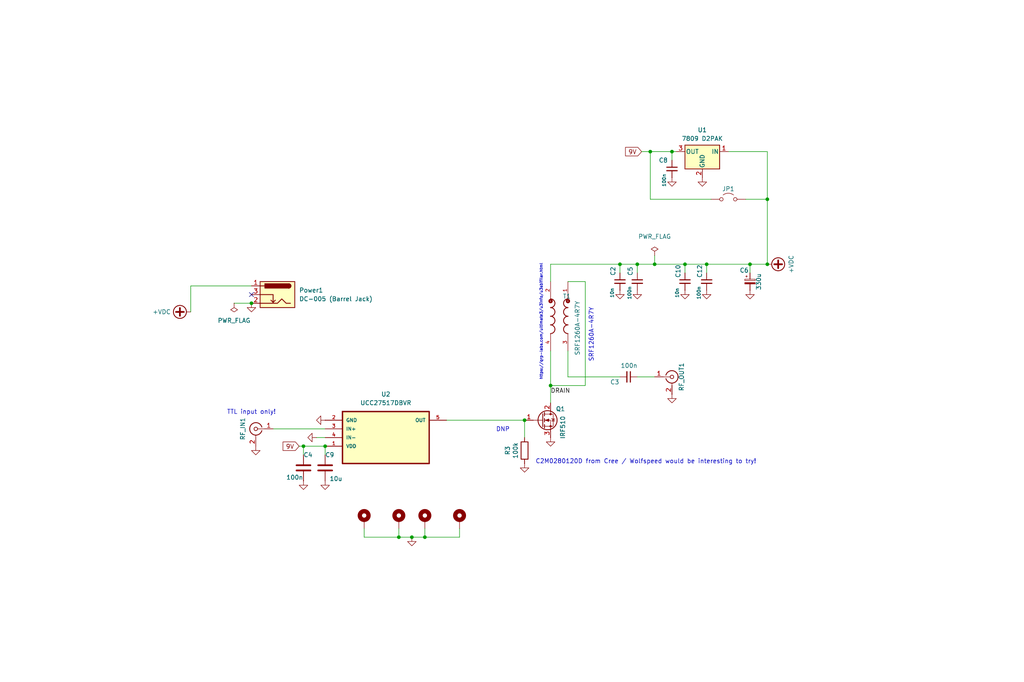
<source format=kicad_sch>
(kicad_sch (version 20241209) (generator "eeschema") (generator_version "9.0")
  (paper "User" 299.999 200)
  (title_block (title "IRFP-TO-247-Single-Ended Hack Amp (SMD)") (date "2025-01-13") (rev "v8.01") (company "Author: Dhiru Kholia (VU3CER), Rafał Rozestwiński, Brad (K1TE)"))
  (lib_symbols
    (symbol "Conn_Coaxial_1" (pin_names (offset 1.016) (hide yes))
      (property "Reference" "J" (at 0.254 3.048 0))
      (property "Value" "Conn_Coaxial" (at 2.921 0 90))
      (symbol "Conn_Coaxial_1_0_1"
        (polyline (pts (xy -2.54 0) (xy -0.508 0)))
        (arc (start 1.778 0) (mid 0.222 -1.8079) (end -1.778 -0.508) (stroke (width 0.254)))
        (arc (start -1.778 0.508) (mid 0.2221 1.8084) (end 1.778 0) (stroke (width 0.254)))
        (circle (center 0 0) (radius 0.508) (stroke (width 0.2032)))
        (polyline (pts (xy 0 -2.54) (xy 0 -1.778)))
      )
      (symbol "Conn_Coaxial_1_1_1"
        (pin passive line (at -5.08 0 0) (length 2.54) (name "In") (number "1"))
        (pin passive line (at 0 -5.08 90) (length 2.54) (name "Ext") (number "2"))
      )
    )
    (symbol "Connector:Barrel_Jack_Switch" (pin_names (hide yes))
      (property "Reference" "J" (at 0 5.334 0))
      (property "Value" "Barrel_Jack_Switch" (at 0 -5.08 0))
      (symbol "Barrel_Jack_Switch_0_1"
        (rectangle (start -5.08 3.81) (end 5.08 -3.81) (stroke (width 0.254)) (fill (type background)))
        (polyline (pts (xy -3.81 -2.54) (xy -2.54 -2.54) (xy -1.27 -1.27) (xy 0 -2.54) (xy 2.54 -2.54) (xy 5.08 -2.54)) (stroke (width 0.254)))
        (arc (start -3.302 1.905) (mid -3.9343 2.54) (end -3.302 3.175) (stroke (width 0.254)) (fill (type outline)))
        (arc (start -3.302 1.905) (mid -3.9343 2.54) (end -3.302 3.175) (stroke (width 0.254)))
        (polyline (pts (xy 1.27 -2.286) (xy 1.905 -1.651)) (stroke (width 0.254)))
        (rectangle (start 3.683 3.175) (end -3.302 1.905) (stroke (width 0.254)) (fill (type outline)))
        (polyline (pts (xy 5.08 2.54) (xy 3.81 2.54)) (stroke (width 0.254)))
        (polyline (pts (xy 5.08 0) (xy 1.27 0) (xy 1.27 -2.286) (xy 0.635 -1.651)) (stroke (width 0.254)))
      )
      (symbol "Barrel_Jack_Switch_1_1"
        (pin passive line (at 7.62 2.54 180) (length 2.54) (name "~") (number "1"))
        (pin passive line (at 7.62 0 180) (length 2.54) (name "~") (number "3"))
        (pin passive line (at 7.62 -2.54 180) (length 2.54) (name "~") (number "2"))
      )
    )
    (symbol "Connector:Conn_Coaxial" (pin_names (offset 1.016) (hide yes))
      (property "Reference" "J" (at 0.254 3.048 0))
      (property "Value" "Conn_Coaxial" (at 2.921 0 90))
      (symbol "Conn_Coaxial_0_1"
        (polyline (pts (xy -2.54 0) (xy -0.508 0)))
        (arc (start 1.778 0) (mid 0.222 -1.8079) (end -1.778 -0.508) (stroke (width 0.254)))
        (arc (start -1.778 0.508) (mid 0.2221 1.8084) (end 1.778 0) (stroke (width 0.254)))
        (circle (center 0 0) (radius 0.508) (stroke (width 0.2032)))
        (polyline (pts (xy 0 -2.54) (xy 0 -1.778)))
      )
      (symbol "Conn_Coaxial_1_1"
        (pin passive line (at -5.08 0 0) (length 2.54) (name "In") (number "1"))
        (pin passive line (at 0 -5.08 90) (length 2.54) (name "Ext") (number "2"))
      )
    )
    (symbol "Device:C" (pin_numbers (hide yes)) (pin_names (offset 0.254))
      (property "Reference" "C" (at 0.635 2.54 0))
      (property "Value" "C" (at 0.635 -2.54 0))
      (symbol "C_0_1"
        (polyline (pts (xy -2.032 0.762) (xy 2.032 0.762)) (stroke (width 0.508)))
        (polyline (pts (xy -2.032 -0.762) (xy 2.032 -0.762)) (stroke (width 0.508)))
      )
      (symbol "C_1_1"
        (pin passive line (at 0 3.81 270) (length 2.794) (name "~") (number "1"))
        (pin passive line (at 0 -3.81 90) (length 2.794) (name "~") (number "2"))
      )
    )
    (symbol "Device:C_Polarized_Small" (pin_numbers (hide yes)) (pin_names (offset 0.254) (hide yes))
      (property "Reference" "C" (at 0.254 1.778 0))
      (property "Value" "C_Polarized_Small" (at 0.254 -2.032 0))
      (symbol "C_Polarized_Small_0_1"
        (rectangle (start -1.524 0.6858) (end 1.524 0.3048))
        (rectangle (start -1.524 -0.3048) (end 1.524 -0.6858) (fill (type outline)))
        (polyline (pts (xy -1.27 1.524) (xy -0.762 1.524)))
        (polyline (pts (xy -1.016 1.27) (xy -1.016 1.778)))
      )
      (symbol "C_Polarized_Small_1_1"
        (pin passive line (at 0 2.54 270) (length 1.8542) (name "~") (number "1"))
        (pin passive line (at 0 -2.54 90) (length 1.8542) (name "~") (number "2"))
      )
    )
    (symbol "Device:C_Small" (pin_numbers (hide yes)) (pin_names (offset 0.254) (hide yes))
      (property "Reference" "C" (at 0.254 1.778 0))
      (property "Value" "C_Small" (at 0.254 -2.032 0))
      (symbol "C_Small_0_1"
        (polyline (pts (xy -1.524 0.508) (xy 1.524 0.508)) (stroke (width 0.3048)))
        (polyline (pts (xy -1.524 -0.508) (xy 1.524 -0.508)) (stroke (width 0.3302)))
      )
      (symbol "C_Small_1_1"
        (pin passive line (at 0 2.54 270) (length 2.032) (name "~") (number "1"))
        (pin passive line (at 0 -2.54 90) (length 2.032) (name "~") (number "2"))
      )
    )
    (symbol "Device:R" (pin_numbers (hide yes)) (pin_names (offset 0))
      (property "Reference" "R" (at 2.032 0 90))
      (property "Value" "R" (at 0 0 90))
      (symbol "R_0_1"
        (rectangle (start -1.016 -2.54) (end 1.016 2.54) (stroke (width 0.254)))
      )
      (symbol "R_1_1"
        (pin passive line (at 0 3.81 270) (length 1.27) (name "~") (number "1"))
        (pin passive line (at 0 -3.81 90) (length 1.27) (name "~") (number "2"))
      )
    )
    (symbol "Jumper:Jumper_2_Open" (pin_numbers (hide yes)) (pin_names (offset 0) (hide yes)) (exclude_from_sim yes)
      (property "Reference" "JP" (at 0 2.794 0))
      (property "Value" "Jumper_2_Open" (at 0 -2.286 0))
      (symbol "Jumper_2_Open_0_0"
        (circle (center -2.032 0) (radius 0.508))
        (circle (center 2.032 0) (radius 0.508))
      )
      (symbol "Jumper_2_Open_0_1"
        (arc (start -1.524 1.27) (mid 0 1.778) (end 1.524 1.27))
      )
      (symbol "Jumper_2_Open_1_1"
        (pin passive line (at -5.08 0 0) (length 2.54) (name "A") (number "1"))
        (pin passive line (at 5.08 0 180) (length 2.54) (name "B") (number "2"))
      )
    )
    (symbol "Mechanical:MountingHole_Pad" (pin_numbers (hide yes)) (pin_names (offset 1.016) (hide yes))
      (property "Reference" "H" (at 0 6.35 0))
      (property "Value" "MountingHole_Pad" (at 0 4.445 0))
      (symbol "MountingHole_Pad_0_1"
        (circle (center 0 1.27) (radius 1.27) (stroke (width 1.27)))
      )
      (symbol "MountingHole_Pad_1_1"
        (pin input line (at 0 -2.54 90) (length 2.54) (name "1") (number "1"))
      )
    )
    (symbol "Regulator_Linear:L7812" (pin_names (offset 0.254))
      (property "Reference" "U" (at -3.81 3.175 0))
      (property "Value" "L7812" (at 0 3.175 0))
      (symbol "L7812_0_1"
        (rectangle (start -5.08 1.905) (end 5.08 -5.08) (stroke (width 0.254)) (fill (type background)))
      )
      (symbol "L7812_1_1"
        (pin power_in line (at -7.62 0 0) (length 2.54) (name "IN") (number "1"))
        (pin power_in line (at 0 -7.62 90) (length 2.54) (name "GND") (number "2"))
        (pin power_out line (at 7.62 0 180) (length 2.54) (name "OUT") (number "3"))
      )
    )
    (symbol "SRF1260A-4R7Y:SRF1260A-4R7Y" (pin_names (offset 1.016))
      (property "Reference" "L" (at -7.631 5.0873 0))
      (property "Value" "SRF1260A-4R7Y" (at -7.6349 -7.6349 0))
      (symbol "SRF1260A-4R7Y_0_0"
        (circle (center -4.445 2.54) (radius 0.127) (stroke (width 0.508)))
        (circle (center -4.445 -2.54) (radius 0.127) (stroke (width 0.508)))
        (arc (start -2.54 2.54) (mid -3.81 1.2755) (end -5.08 2.54) (stroke (width 0.254)))
        (arc (start -5.08 -2.54) (mid -3.81 -1.2755) (end -2.54 -2.54) (stroke (width 0.254)))
        (arc (start 0 2.54) (mid -1.27 1.2755) (end -2.54 2.54) (stroke (width 0.254)))
        (arc (start -2.54 -2.54) (mid -1.27 -1.2755) (end 0 -2.54) (stroke (width 0.254)))
        (arc (start 2.54 2.54) (mid 1.27 1.2755) (end 0 2.54) (stroke (width 0.254)))
        (arc (start 0 -2.54) (mid 1.27 -1.2755) (end 2.54 -2.54) (stroke (width 0.254)))
        (arc (start 5.08 2.54) (mid 3.81 1.2755) (end 2.54 2.54) (stroke (width 0.254)))
        (arc (start 2.54 -2.54) (mid 3.81 -1.2755) (end 5.08 -2.54) (stroke (width 0.254)))
        (pin passive line (at -10.16 2.54 0) (length 5.08) (name "~") (number "1"))
        (pin passive line (at -10.16 -2.54 0) (length 5.08) (name "~") (number "2"))
        (pin passive line (at 10.16 2.54 180) (length 5.08) (name "~") (number "3"))
        (pin passive line (at 10.16 -2.54 180) (length 5.08) (name "~") (number "4"))
      )
    )
    (symbol "Transistor_FET:IRF540N" (pin_names (hide yes))
      (property "Reference" "Q" (at 5.08 1.905 0))
      (property "Value" "IRF540N" (at 5.08 0 0))
      (symbol "IRF540N_0_1"
        (polyline (pts (xy 0.254 1.905) (xy 0.254 -1.905)) (stroke (width 0.254)))
        (polyline (pts (xy 0.254 0) (xy -2.54 0)))
        (polyline (pts (xy 0.762 2.286) (xy 0.762 1.27)) (stroke (width 0.254)))
        (polyline (pts (xy 0.762 0.508) (xy 0.762 -0.508)) (stroke (width 0.254)))
        (polyline (pts (xy 0.762 -1.27) (xy 0.762 -2.286)) (stroke (width 0.254)))
        (polyline (pts (xy 0.762 -1.778) (xy 3.302 -1.778) (xy 3.302 1.778) (xy 0.762 1.778)))
        (polyline (pts (xy 1.016 0) (xy 2.032 0.381) (xy 2.032 -0.381) (xy 1.016 0)) (fill (type outline)))
        (circle (center 1.651 0) (radius 2.794) (stroke (width 0.254)))
        (polyline (pts (xy 2.54 2.54) (xy 2.54 1.778)))
        (circle (center 2.54 1.778) (radius 0.254) (fill (type outline)))
        (circle (center 2.54 -1.778) (radius 0.254) (fill (type outline)))
        (polyline (pts (xy 2.54 -2.54) (xy 2.54 0) (xy 0.762 0)))
        (polyline (pts (xy 2.794 0.508) (xy 2.921 0.381) (xy 3.683 0.381) (xy 3.81 0.254)))
        (polyline (pts (xy 3.302 0.381) (xy 2.921 -0.254) (xy 3.683 -0.254) (xy 3.302 0.381)))
      )
      (symbol "IRF540N_1_1"
        (pin input line (at -5.08 0 0) (length 2.54) (name "G") (number "1"))
        (pin passive line (at 2.54 5.08 270) (length 2.54) (name "D") (number "2"))
        (pin passive line (at 2.54 -5.08 90) (length 2.54) (name "S") (number "3"))
      )
    )
    (symbol "UCC27517DBVR:UCC27517DBVR" (pin_names (offset 1.016))
      (property "Reference" "U" (at -12.7 8.62 0))
      (property "Value" "UCC27517DBVR" (at -12.7 -11.62 0))
      (symbol "UCC27517DBVR_0_0"
        (rectangle (start -12.7 -7.62) (end 12.7 7.62) (stroke (width 0.41)) (fill (type background)))
        (pin input line (at -17.78 5.08 0) (length 5.08) (name "GND") (number "2"))
        (pin input line (at -17.78 2.54 0) (length 5.08) (name "IN+") (number "3"))
        (pin input line (at -17.78 0 0) (length 5.08) (name "IN-") (number "4"))
        (pin input line (at -17.78 -2.54 0) (length 5.08) (name "VDD") (number "1"))
        (pin output line (at 17.78 5.08 180) (length 5.08) (name "OUT") (number "5"))
      )
    )
    (symbol "power:+VDC" (power) (pin_numbers (hide yes)) (pin_names (offset 0) (hide yes))
      (property "Value" "+VDC" (at 0 6.35 0))
      (symbol "+VDC_0_1"
        (polyline (pts (xy -1.143 3.175) (xy 1.143 3.175)) (stroke (width 0.508)))
        (circle (center 0 3.175) (radius 1.905) (stroke (width 0.254)))
        (polyline (pts (xy 0 2.032) (xy 0 4.318)) (stroke (width 0.508)))
        (polyline (pts (xy 0 0) (xy 0 1.27)))
      )
      (symbol "+VDC_1_1"
        (pin power_in line (at 0 0 90) (length 0) (name "~") (number "1"))
      )
    )
    (symbol "power:GND" (power) (pin_numbers (hide yes)) (pin_names (offset 0) (hide yes))
      (property "Value" "GND" (at 0 -3.81 0))
      (symbol "GND_0_1"
        (polyline (pts (xy 0 0) (xy 0 -1.27) (xy 1.27 -1.27) (xy 0 -2.54) (xy -1.27 -1.27) (xy 0 -1.27)))
      )
      (symbol "GND_1_1"
        (pin power_in line (at 0 0 270) (length 0) (name "~") (number "1"))
      )
    )
    (symbol "power:PWR_FLAG" (power) (pin_numbers (hide yes)) (pin_names (offset 0) (hide yes))
      (property "Value" "PWR_FLAG" (at 0 3.81 0))
      (symbol "PWR_FLAG_0_0"
        (pin power_out line (at 0 0 90) (length 0) (name "~") (number "1"))
      )
      (symbol "PWR_FLAG_0_1"
        (polyline (pts (xy 0 0) (xy 0 1.27) (xy -1.016 1.905) (xy 0 2.54) (xy 1.016 1.905) (xy 0 1.27)))
      )
    )
  )
  (text "DNP" (at 147.32 125.984 0) (effects (font (size 1.27 1.27))))
  (text "https://qrp-labs.com/ultimate3/u3info/u3sbifilar.html" (at 159.004 111.506 90) (effects (font (size 0.8 0.8)) (justify left bottom)))
  (text "SRF1260A-4R7Y" (at 173.99 106.172 90) (effects (font (size 1.27 1.27)) (justify left bottom)))
  (text "TTL input only!" (at 73.66 120.904 0) (effects (font (size 1.27 1.27))))
  (text "C2M0280120D from Cree / Wolfspeed would be interesting to try!" (at 189.23 135.382 0) (effects (font (size 1.27 1.27))))
  (junction (at 200.66 77.47))
  (junction (at 73.66 88.9))
  (junction (at 186.69 77.47))
  (junction (at 224.79 58.42))
  (junction (at 116.84 157.48))
  (junction (at 124.46 157.48))
  (junction (at 88.9 130.81))
  (junction (at 190.5 44.45))
  (junction (at 181.61 77.47))
  (junction (at 95.25 130.81))
  (junction (at 161.29 113.03))
  (junction (at 219.71 77.47))
  (junction (at 120.65 157.48))
  (junction (at 191.77 77.47))
  (junction (at 207.01 77.47))
  (junction (at 196.85 44.45))
  (junction (at 153.67 123.19))
  (junction (at 224.79 77.47))
  (no_connect (at 73.66 86.36))
  (wire (pts (xy 186.69 77.47) (xy 191.77 77.47)))
  (wire (pts (xy 134.62 157.48) (xy 134.62 154.94)))
  (wire (pts (xy 166.37 102.87) (xy 166.37 110.49)))
  (wire (pts (xy 153.67 128.27) (xy 153.67 123.19)))
  (wire (pts (xy 181.61 77.47) (xy 186.69 77.47)))
  (wire (pts (xy 55.88 83.82) (xy 55.88 91.44)))
  (wire (pts (xy 224.79 58.42) (xy 224.79 77.47)))
  (wire (pts (xy 55.88 83.82) (xy 73.66 83.82)))
  (wire (pts (xy 186.69 110.49) (xy 191.77 110.49)))
  (wire (pts (xy 190.5 58.42) (xy 208.28 58.42)))
  (wire (pts (xy 200.66 77.47) (xy 200.66 80.01)))
  (wire (pts (xy 80.01 125.73) (xy 95.25 125.73)))
  (wire (pts (xy 106.68 157.48) (xy 116.84 157.48)))
  (wire (pts (xy 219.71 77.47) (xy 219.71 80.01)))
  (wire (pts (xy 191.77 77.47) (xy 200.66 77.47)))
  (wire (pts (xy 224.79 44.45) (xy 224.79 58.42)))
  (wire (pts (xy 186.69 77.47) (xy 186.69 80.01)))
  (wire (pts (xy 130.81 123.19) (xy 153.67 123.19)))
  (wire (pts (xy 166.37 110.49) (xy 181.61 110.49)))
  (wire (pts (xy 116.84 154.94) (xy 116.84 157.48)))
  (wire (pts (xy 207.01 77.47) (xy 219.71 77.47)))
  (wire (pts (xy 166.37 82.55) (xy 171.45 82.55)))
  (wire (pts (xy 196.85 44.45) (xy 198.12 44.45)))
  (wire (pts (xy 161.29 102.87) (xy 161.29 113.03)))
  (wire (pts (xy 88.9 130.81) (xy 88.9 133.35)))
  (wire (pts (xy 106.68 154.94) (xy 106.68 157.48)))
  (wire (pts (xy 187.96 44.45) (xy 190.5 44.45)))
  (wire (pts (xy 161.29 113.03) (xy 171.45 113.03)))
  (wire (pts (xy 207.01 77.47) (xy 207.01 80.01)))
  (wire (pts (xy 161.29 113.03) (xy 161.29 118.11)))
  (wire (pts (xy 68.58 88.9) (xy 73.66 88.9)))
  (wire (pts (xy 196.85 44.45) (xy 196.85 46.99)))
  (wire (pts (xy 87.63 130.81) (xy 88.9 130.81)))
  (wire (pts (xy 88.9 130.81) (xy 95.25 130.81)))
  (wire (pts (xy 120.65 157.48) (xy 124.46 157.48)))
  (wire (pts (xy 124.46 157.48) (xy 134.62 157.48)))
  (wire (pts (xy 191.77 74.93) (xy 191.77 77.47)))
  (wire (pts (xy 95.25 130.81) (xy 95.25 133.35)))
  (wire (pts (xy 218.44 58.42) (xy 224.79 58.42)))
  (wire (pts (xy 161.29 77.47) (xy 181.61 77.47)))
  (wire (pts (xy 92.71 128.27) (xy 95.25 128.27)))
  (wire (pts (xy 190.5 58.42) (xy 190.5 44.45)))
  (wire (pts (xy 181.61 77.47) (xy 181.61 80.01)))
  (wire (pts (xy 219.71 77.47) (xy 224.79 77.47)))
  (wire (pts (xy 116.84 157.48) (xy 120.65 157.48)))
  (wire (pts (xy 200.66 77.47) (xy 207.01 77.47)))
  (wire (pts (xy 161.29 82.55) (xy 161.29 77.47)))
  (wire (pts (xy 171.45 82.55) (xy 171.45 113.03)))
  (wire (pts (xy 213.36 44.45) (xy 224.79 44.45)))
  (wire (pts (xy 190.5 44.45) (xy 196.85 44.45)))
  (wire (pts (xy 124.46 154.94) (xy 124.46 157.48)))
  (label "DRAIN" (at 161.29 115.57 0))
  (global_label "9V" (shape input) (at 87.63 130.81 180) (property "Intersheetrefs" "${INTERSHEET_REFS}" (effects (hide yes))))
  (global_label "9V" (shape input) (at 187.96 44.45 180) (property "Intersheetrefs" "${INTERSHEET_REFS}" (effects (hide yes))))
  (symbol (lib_id "power:+VDC") (at 55.88 91.44 90) (unit 1)
    (property "Reference" "#PWR0110" (effects (hide yes)))
    (property "Value" "+VDC" (at 50.0634 91.44 90) (effects (justify left)))
    (property "Description" "Power symbol creates a global label with name \"+VDC\"" (effects (hide yes)))
  )
  (symbol (lib_id "power:GND") (at 186.69 85.09 0) (unit 1)
    (property "Reference" "#PWR012" (effects (hide yes)))
    (property "Value" "GND" (effects (hide yes)))
  )
  (symbol (lib_id "Device:C") (at 88.9 137.16 0) (unit 1)
    (property "Reference" "C4" (at 88.9 133.35 0) (effects (justify left)))
    (property "Value" "100n" (at 83.82 139.954 0) (effects (justify left)))
    (property "Footprint" "Capacitor_SMD:C_1206_3216Metric_Pad1.33x1.80mm_HandSolder" (effects (hide yes)))
    (property "LCSC Part" "C110255" (effects (hide yes)))
  )
  (symbol (lib_id "power:GND") (at 181.61 85.09 0) (unit 1)
    (property "Reference" "#PWR05" (effects (hide yes)))
    (property "Value" "GND" (effects (hide yes)))
  )
  (symbol (lib_id "power:+VDC") (at 224.79 77.47 270) (unit 1)
    (property "Reference" "#PWR018" (effects (hide yes)))
    (property "Value" "+VDC" (at 231.775 77.47 0))
    (property "Description" "Power symbol creates a global label with name \"+VDC\"" (effects (hide yes)))
  )
  (symbol (lib_id "Device:C_Small") (at 181.61 82.55 0) (unit 1)
    (property "Reference" "C2" (at 179.578 79.502 90))
    (property "Value" "10n" (at 179.324 85.852 90) (effects (font (size 0.9906 0.9906))))
    (property "Footprint" "Capacitor_SMD:C_1206_3216Metric_Pad1.33x1.80mm_HandSolder" (effects (hide yes)))
    (property "LCSC Part" "C24783" (effects (hide yes)))
  )
  (symbol (lib_id "Transistor_FET:IRF540N") (at 158.75 123.19 0) (unit 1)
    (property "Reference" "Q1" (at 162.814 119.888 0) (effects (justify left)))
    (property "Value" "IRF510" (at 164.8714 128.7018 90) (effects (justify left)))
    (property "Footprint" "footprints:TO-247-3_Horizontal_TabDown_Modded" (effects (hide yes)))
    (property "Datasheet" "http://www.irf.com/product-info/datasheets/data/irf540n.pdf" (effects (hide yes)))
    (property "Description" "33A Id, 100V Vds, HEXFET N-Channel MOSFET, TO-220" (effects (hide yes)))
  )
  (symbol (lib_id "power:GND") (at 207.01 85.09 0) (unit 1)
    (property "Reference" "#PWR017" (effects (hide yes)))
    (property "Value" "GND" (effects (hide yes)))
  )
  (symbol (lib_id "power:GND") (at 88.9 140.97 0) (unit 1)
    (property "Reference" "#PWR03" (effects (hide yes)))
    (property "Value" "GND" (effects (hide yes)))
    (property "Description" "Power symbol creates a global label with name \"GND\" , ground" (effects (hide yes)))
  )
  (symbol (lib_id "power:GND") (at 196.85 52.07 0) (unit 1)
    (property "Reference" "#PWR07" (effects (hide yes)))
    (property "Value" "GND" (effects (hide yes)))
    (property "Description" "Power symbol creates a global label with name \"GND\" , ground" (effects (hide yes)))
  )
  (symbol (lib_id "Regulator_Linear:L7812") (at 205.74 44.45 0) (mirror y) (unit 1)
    (property "Reference" "U1" (at 205.74 38.1 0))
    (property "Value" "7809 D2PAK" (at 205.74 40.64 0))
    (property "Footprint" "footprints:TO-263-2-bigger" (effects (hide yes)))
    (property "Datasheet" "http://www.st.com/content/ccc/resource/technical/document/datasheet/41/4f/b3/b0/12/d4/47/88/CD00000444.pdf/files/CD00000444.pdf/jcr:content/translations/en.CD00000444.pdf" (effects (hide yes)))
    (property "Description" "Positive 1.5A 35V Linear Regulator, Fixed Output 12V, TO-220/TO-263/TO-252" (effects (hide yes)))
    (property "LCSC Part" "C54614" (effects (hide yes)))
  )
  (symbol (lib_id "UCC27517DBVR:UCC27517DBVR") (at 113.03 128.27 0) (unit 1)
    (property "Reference" "U2" (at 113.03 115.57 0))
    (property "Value" "UCC27517DBVR" (at 113.03 118.11 0))
    (property "Footprint" "Package_TO_SOT_SMD:TSOT-23-5_HandSoldering" (effects (hide yes)))
    (property "Description" "4-A/4-A single-channel gate driver with 5-V UVLO and 13-ns prop delay in SOT-23 package" (effects (hide yes)))
    (property "MF" "Texas Instruments" (effects (hide yes)))
    (property "Package" "SOT-23-5 Texas Instruments" (effects (hide yes)))
    (property "Price" "None" (effects (hide yes)))
    (property "SnapEDA_Link" "https://www.snapeda.com/parts/UCC27517DBVR/Texas+Instruments/view-part/?ref=snap" (effects (hide yes)))
    (property "MP" "UCC27517DBVR" (effects (hide yes)))
    (property "Purchase-URL" "https://pricing.snapeda.com/search?q=UCC27517DBVR&ref=eda" (effects (hide yes)))
    (property "Availability" "In Stock" (effects (hide yes)))
    (property "Check_prices" "https://www.snapeda.com/parts/UCC27517DBVR/Texas+Instruments/view-part/?ref=eda" (effects (hide yes)))
    (property "Description_1" "\n4-A/4-A single-channel gate driver with 5-V UVLO and 13-ns prop delay in SOT-23 package\n" (effects (hide yes)))
    (property "LCSC Part" "C99395" (effects (hide yes)))
  )
  (symbol (lib_id "power:GND") (at 196.85 115.57 0) (mirror y) (unit 1)
    (property "Reference" "#PWR04" (effects (hide yes)))
    (property "Value" "GND" (effects (hide yes)))
    (property "Description" "Power symbol creates a global label with name \"GND\" , ground" (effects (hide yes)))
  )
  (symbol (lib_id "power:GND") (at 73.66 88.9 0) (unit 1)
    (property "Reference" "#PWR019" (effects (hide yes)))
    (property "Value" "GND" (effects (hide yes)))
    (property "Description" "Power symbol creates a global label with name \"GND\" , ground" (effects (hide yes)))
  )
  (symbol (lib_name "Conn_Coaxial_1") (lib_id "Connector:Conn_Coaxial") (at 196.85 110.49 0) (unit 1)
    (property "Reference" "RF_OUT1" (at 199.644 110.49 90))
    (property "Value" "SMA" (effects (hide yes)))
    (property "Footprint" "Connector_Coaxial:SMA_Samtec_SMA-J-P-H-ST-EM1_EdgeMount" (effects (hide yes)))
    (property "Description" "coaxial connector (BNC, SMA, SMB, SMC, Cinch/RCA, LEMO, ...)" (effects (hide yes)))
  )
  (symbol (lib_id "power:GND") (at 95.25 140.97 0) (unit 1)
    (property "Reference" "#PWR011" (effects (hide yes)))
    (property "Value" "GND" (effects (hide yes)))
    (property "Description" "Power symbol creates a global label with name \"GND\" , ground" (effects (hide yes)))
  )
  (symbol (lib_id "Device:R") (at 153.67 132.08 0) (unit 1)
    (property "Reference" "R3" (at 148.6916 132.08 90))
    (property "Value" "100k" (at 151.003 132.08 90))
    (property "Footprint" "Resistor_SMD:R_1206_3216Metric_Pad1.30x1.75mm_HandSolder" (effects (hide yes)))
    (property "LCSC Part" "C17900" (effects (hide yes)))
  )
  (symbol (lib_id "power:GND") (at 74.93 130.81 0) (unit 1)
    (property "Reference" "#PWR08" (effects (hide yes)))
    (property "Value" "GND" (effects (hide yes)))
    (property "Description" "Power symbol creates a global label with name \"GND\" , ground" (effects (hide yes)))
  )
  (symbol (lib_id "Connector:Conn_Coaxial") (at 74.93 125.73 0) (mirror y) (unit 1)
    (property "Reference" "RF_IN1" (at 71.12 125.73 90))
    (property "Value" "SMA" (effects (hide yes)))
    (property "Footprint" "Connector_Coaxial:SMA_Samtec_SMA-J-P-H-ST-EM1_EdgeMount" (effects (hide yes)))
    (property "Description" "coaxial connector (BNC, SMA, SMB, SMC, Cinch/RCA, LEMO, ...)" (effects (hide yes)))
  )
  (symbol (lib_id "Device:C") (at 95.25 137.16 0) (unit 1)
    (property "Reference" "C9" (at 95.25 133.35 0) (effects (justify left)))
    (property "Value" "10u" (at 96.52 140.335 0) (effects (justify left)))
    (property "Footprint" "Capacitor_SMD:C_1206_3216Metric_Pad1.33x1.80mm_HandSolder" (effects (hide yes)))
    (property "LCSC Part" "C13585" (effects (hide yes)))
  )
  (symbol (lib_id "Mechanical:MountingHole_Pad") (at 124.46 152.4 0) (unit 1)
    (property "Reference" "H3" (effects (hide yes)))
    (property "Value" "MountingHole_Pad" (effects (hide yes)))
    (property "Footprint" "MountingHole:MountingHole_3.2mm_M3_Pad_Via" (effects (hide yes)))
  )
  (symbol (lib_id "Device:C_Polarized_Small") (at 219.71 82.55 0) (unit 1)
    (property "Reference" "C6" (at 216.662 79.248 0) (effects (justify left)))
    (property "Value" "330u" (at 222.25 85.09 90) (effects (justify left)))
    (property "Footprint" "Capacitor_THT:CP_Radial_D8.0mm_P5.00mm" (effects (hide yes)))
  )
  (symbol (lib_id "Jumper:Jumper_2_Open") (at 213.36 58.42 0) (unit 1)
    (property "Reference" "JP1" (at 213.36 55.372 0))
    (property "Value" "Jumper_2_Open" (effects (hide yes)))
    (property "Footprint" "Jumper:SolderJumper-2_P1.3mm_Open_RoundedPad1.0x1.5mm" (effects (hide yes)))
    (property "Description" "Jumper, 2-pole, open" (effects (hide yes)))
  )
  (symbol (lib_id "power:GND") (at 92.71 128.27 270) (unit 1)
    (property "Reference" "#PWR09" (effects (hide yes)))
    (property "Value" "GND" (effects (hide yes)))
    (property "Description" "Power symbol creates a global label with name \"GND\" , ground" (effects (hide yes)))
  )
  (symbol (lib_id "Mechanical:MountingHole_Pad") (at 116.84 152.4 0) (unit 1)
    (property "Reference" "H2" (effects (hide yes)))
    (property "Value" "MountingHole_Pad" (effects (hide yes)))
    (property "Footprint" "MountingHole:MountingHole_3.2mm_M3_Pad_Via" (effects (hide yes)))
  )
  (symbol (lib_id "power:PWR_FLAG") (at 191.77 74.93 0) (unit 1)
    (property "Reference" "#FLG01" (effects (hide yes)))
    (property "Value" "PWR_FLAG" (at 191.77 69.342 0))
  )
  (symbol (lib_id "Device:C_Small") (at 184.15 110.49 270) (unit 1)
    (property "Reference" "C3" (at 180.086 112.014 90))
    (property "Value" "100n" (at 184.277 107.188 90))
    (property "Footprint" "Capacitor_SMD:C_1206_3216Metric_Pad1.33x1.80mm_HandSolder" (effects (hide yes)))
    (property "LCSC Part" "C110255" (effects (hide yes)))
  )
  (symbol (lib_id "power:GND") (at 200.66 85.09 0) (unit 1)
    (property "Reference" "#PWR014" (effects (hide yes)))
    (property "Value" "GND" (effects (hide yes)))
  )
  (symbol (lib_id "SRF1260A-4R7Y:SRF1260A-4R7Y") (at 163.83 92.71 270) (unit 1)
    (property "Reference" "T1" (at 164.846 86.868 90) (effects (justify left)))
    (property "Value" "SRF1260A-4R7Y" (at 169.164 88.138 0) (effects (justify left)))
    (property "Footprint" "footprints:IND_SRF1260A-4R7Y-Longer-Pads" (effects (hide yes)))
    (property "MF" "Bourns" (effects (hide yes)))
    (property "MOUSER-PURCHASE-URL" "https://snapeda.com/shop?store=Mouser&id=1533338" (effects (hide yes)))
    (property "DESCRIPTION" "Shielded 2 Coil Inductor Array 27.2µH Inductance - Connected in Series 6.8µH Inductance - Connected in Parallel 18.6mOhm Max DC Resistance (DCR) - Parallel 6.64A Nonstandard" (effects (hide yes)))
    (property "PACKAGE" "Nonstandard Bourns" (effects (hide yes)))
    (property "PRICE" "None" (effects (hide yes)))
    (property "MP" "SRF1260A-6R8Y" (effects (hide yes)))
    (property "AVAILABILITY" "Warning" (effects (hide yes)))
    (property "LCSC Part" "C3273481" (effects (hide yes)))
  )
  (symbol (lib_id "power:GND") (at 120.65 157.48 0) (unit 1)
    (property "Reference" "#PWR01" (effects (hide yes)))
    (property "Value" "GND" (effects (hide yes)))
    (property "Description" "Power symbol creates a global label with name \"GND\" , ground" (effects (hide yes)))
  )
  (symbol (lib_id "power:GND") (at 95.25 123.19 270) (unit 1)
    (property "Reference" "#PWR010" (effects (hide yes)))
    (property "Value" "GND" (effects (hide yes)))
    (property "Description" "Power symbol creates a global label with name \"GND\" , ground" (effects (hide yes)))
  )
  (symbol (lib_id "power:PWR_FLAG") (at 68.58 88.9 180) (unit 1)
    (property "Reference" "#FLG03" (effects (hide yes)))
    (property "Value" "PWR_FLAG" (at 68.58 93.98 0))
    (property "Description" "Special symbol for telling ERC where power comes from" (effects (hide yes)))
  )
  (symbol (lib_id "power:GND") (at 161.29 128.27 0) (unit 1)
    (property "Reference" "#PWR015" (effects (hide yes)))
    (property "Value" "GND" (effects (hide yes)))
    (property "Description" "Power symbol creates a global label with name \"GND\" , ground" (effects (hide yes)))
  )
  (symbol (lib_id "power:GND") (at 219.71 85.09 0) (unit 1)
    (property "Reference" "#PWR013" (effects (hide yes)))
    (property "Value" "GND" (effects (hide yes)))
  )
  (symbol (lib_id "Mechanical:MountingHole_Pad") (at 134.62 152.4 0) (mirror y) (unit 1)
    (property "Reference" "H4" (effects (hide yes)))
    (property "Value" "MountingHole_Pad" (effects (hide yes)))
    (property "Footprint" "MountingHole:MountingHole_3.2mm_M3_Pad_Via" (effects (hide yes)))
  )
  (symbol (lib_id "Connector:Barrel_Jack_Switch") (at 81.28 86.36 0) (mirror y) (unit 1)
    (property "Reference" "Power1" (at 87.63 85.0899 0) (effects (justify right)))
    (property "Value" "DC-005 (Barrel Jack)" (at 87.63 87.6299 0) (effects (justify right)))
    (property "Footprint" "footprints:XKB_DC-005-5A-2.0_Modded" (effects (hide yes)))
  )
  (symbol (lib_id "power:GND") (at 205.74 52.07 0) (unit 1)
    (property "Reference" "#PWR06" (effects (hide yes)))
    (property "Value" "GND" (effects (hide yes)))
    (property "Description" "Power symbol creates a global label with name \"GND\" , ground" (effects (hide yes)))
  )
  (symbol (lib_id "Device:C_Small") (at 196.85 49.53 0) (unit 1)
    (property "Reference" "C8" (at 194.31 46.99 0))
    (property "Value" "100n" (at 194.564 52.832 90) (effects (font (size 0.9906 0.9906))))
    (property "Footprint" "Capacitor_SMD:C_1206_3216Metric_Pad1.33x1.80mm_HandSolder" (effects (hide yes)))
    (property "LCSC Part" "C110255" (effects (hide yes)))
  )
  (symbol (lib_id "Device:C_Small") (at 186.69 82.55 0) (unit 1)
    (property "Reference" "C5" (at 184.658 79.502 90))
    (property "Value" "100n" (at 184.404 85.852 90) (effects (font (size 0.9906 0.9906))))
    (property "Footprint" "Capacitor_SMD:C_1206_3216Metric_Pad1.33x1.80mm_HandSolder" (effects (hide yes)))
    (property "LCSC Part" "C55077" (effects (hide yes)))
  )
  (symbol (lib_id "power:GND") (at 153.67 135.89 0) (unit 1)
    (property "Reference" "#PWR016" (effects (hide yes)))
    (property "Value" "GND" (effects (hide yes)))
    (property "Description" "Power symbol creates a global label with name \"GND\" , ground" (effects (hide yes)))
  )
  (symbol (lib_id "Device:C_Small") (at 207.01 82.55 0) (unit 1)
    (property "Reference" "C12" (at 204.978 79.502 90))
    (property "Value" "100n" (at 204.724 85.852 90) (effects (font (size 0.9906 0.9906))))
    (property "Footprint" "Capacitor_SMD:C_1206_3216Metric_Pad1.33x1.80mm_HandSolder" (effects (hide yes)))
    (property "LCSC Part" "C55077" (effects (hide yes)))
  )
  (symbol (lib_id "Mechanical:MountingHole_Pad") (at 106.68 152.4 0) (unit 1)
    (property "Reference" "H1" (effects (hide yes)))
    (property "Value" "MountingHole_Pad" (effects (hide yes)))
    (property "Footprint" "MountingHole:MountingHole_3.2mm_M3_Pad_Via" (effects (hide yes)))
  )
  (symbol (lib_id "Device:C_Small") (at 200.66 82.55 0) (unit 1)
    (property "Reference" "C10" (at 198.628 79.502 90))
    (property "Value" "10n" (at 198.374 85.852 90) (effects (font (size 0.9906 0.9906))))
    (property "Footprint" "Capacitor_SMD:C_1206_3216Metric_Pad1.33x1.80mm_HandSolder" (effects (hide yes)))
    (property "LCSC Part" "C24783" (effects (hide yes)))
  )
)
</source>
